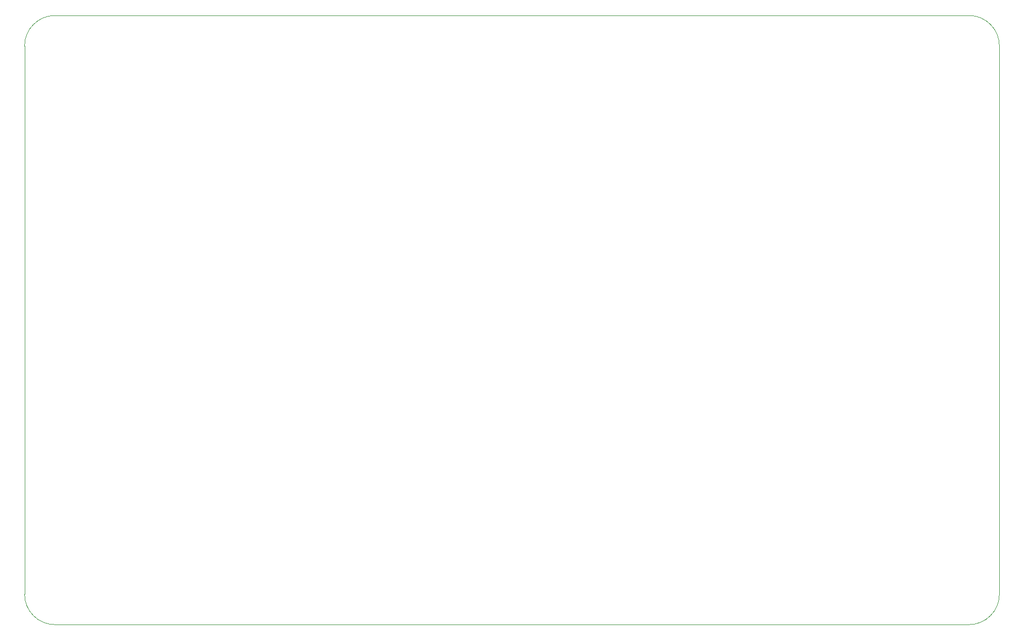
<source format=gm1>
G04*
G04 #@! TF.GenerationSoftware,Altium Limited,Altium Designer,20.1.12 (249)*
G04*
G04 Layer_Color=16711935*
%FSLAX25Y25*%
%MOIN*%
G70*
G04*
G04 #@! TF.SameCoordinates,6C7D9CAF-E978-41D4-BD8A-455F840FEFA2*
G04*
G04*
G04 #@! TF.FilePolarity,Positive*
G04*
G01*
G75*
%ADD14C,0.00197*%
D14*
X610236D02*
G03*
X629921Y19685I0J19685D01*
G01*
Y374016D02*
G03*
X610236Y393701I-19685J0D01*
G01*
X19685D02*
G03*
X0Y374016I0J-19685D01*
G01*
Y19685D02*
G03*
X19685Y0I19685J0D01*
G01*
Y393701D02*
X610236D01*
X629921Y19685D02*
Y374016D01*
X0Y19685D02*
Y374016D01*
X19685Y0D02*
X610236D01*
D02*
G03*
X629921Y19685I0J19685D01*
G01*
Y374016D02*
G03*
X610236Y393701I-19685J0D01*
G01*
X19685D02*
G03*
X0Y374016I0J-19685D01*
G01*
Y19685D02*
G03*
X19685Y0I19685J0D01*
G01*
Y393701D02*
X610236D01*
X629921Y19685D02*
Y374016D01*
X0Y19685D02*
Y374016D01*
X19685Y0D02*
X610236D01*
M02*

</source>
